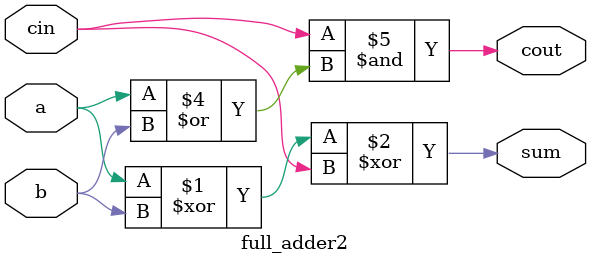
<source format=v>
module full_adder2(a,b,cin,sum,cout);
input a,b,cin;
output sum,cout;
assign sum = a^b^cin;
assign cout = a&1'b0|cin&(a|b); 
// initial begin
//     $display("The incorrect adder with and0 having in2/0");
// end   
endmodule
</source>
